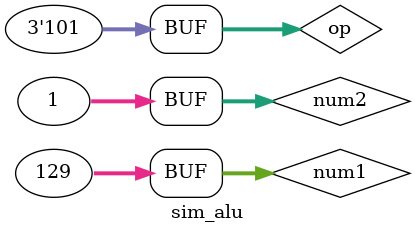
<source format=v>
`timescale 1ns / 1ps


module sim_alu();
reg [31:0] num1;
reg [31:0] num2;
reg [2:0] op;
wire [31:0] data;

alu myalu(num1, num2, op, data); 

initial 
begin
    num1 = 8'b00000010;
    num2 = 32'h01;
    op = 3'b000;
    #10
    num1 = 8'b11111111;
    op = 3'b001;
    #10
    num1 = 8'b11111110;
    op = 3'b010;
    #10
    num1 = 8'b10101010;
    op = 3'b011;
    #10
    num1 = 32'b1000_0000_1000_0000_1000_0000_1000_0000;
    op = 3'b100;
    #10
    num1 = 8'b10000001;
    op = 3'b101;
    
end

endmodule

</source>
